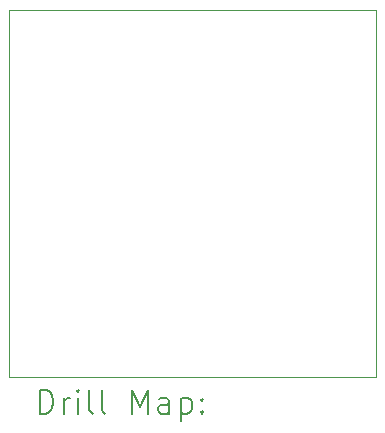
<source format=gbr>
%TF.GenerationSoftware,KiCad,Pcbnew,8.0.4*%
%TF.CreationDate,2024-09-08T15:37:25-07:00*%
%TF.ProjectId,8sept24 LED N RESISTOR SMD,38736570-7432-4342-904c-4544204e2052,rev?*%
%TF.SameCoordinates,Original*%
%TF.FileFunction,Drillmap*%
%TF.FilePolarity,Positive*%
%FSLAX45Y45*%
G04 Gerber Fmt 4.5, Leading zero omitted, Abs format (unit mm)*
G04 Created by KiCad (PCBNEW 8.0.4) date 2024-09-08 15:37:25*
%MOMM*%
%LPD*%
G01*
G04 APERTURE LIST*
%ADD10C,0.050000*%
%ADD11C,0.200000*%
G04 APERTURE END LIST*
D10*
X12650000Y-6900000D02*
X15750000Y-6900000D01*
X15750000Y-10000000D01*
X12650000Y-10000000D01*
X12650000Y-6900000D01*
D11*
X12908277Y-10313984D02*
X12908277Y-10113984D01*
X12908277Y-10113984D02*
X12955896Y-10113984D01*
X12955896Y-10113984D02*
X12984467Y-10123508D01*
X12984467Y-10123508D02*
X13003515Y-10142555D01*
X13003515Y-10142555D02*
X13013039Y-10161603D01*
X13013039Y-10161603D02*
X13022562Y-10199698D01*
X13022562Y-10199698D02*
X13022562Y-10228270D01*
X13022562Y-10228270D02*
X13013039Y-10266365D01*
X13013039Y-10266365D02*
X13003515Y-10285412D01*
X13003515Y-10285412D02*
X12984467Y-10304460D01*
X12984467Y-10304460D02*
X12955896Y-10313984D01*
X12955896Y-10313984D02*
X12908277Y-10313984D01*
X13108277Y-10313984D02*
X13108277Y-10180650D01*
X13108277Y-10218746D02*
X13117801Y-10199698D01*
X13117801Y-10199698D02*
X13127324Y-10190174D01*
X13127324Y-10190174D02*
X13146372Y-10180650D01*
X13146372Y-10180650D02*
X13165420Y-10180650D01*
X13232086Y-10313984D02*
X13232086Y-10180650D01*
X13232086Y-10113984D02*
X13222562Y-10123508D01*
X13222562Y-10123508D02*
X13232086Y-10133031D01*
X13232086Y-10133031D02*
X13241610Y-10123508D01*
X13241610Y-10123508D02*
X13232086Y-10113984D01*
X13232086Y-10113984D02*
X13232086Y-10133031D01*
X13355896Y-10313984D02*
X13336848Y-10304460D01*
X13336848Y-10304460D02*
X13327324Y-10285412D01*
X13327324Y-10285412D02*
X13327324Y-10113984D01*
X13460658Y-10313984D02*
X13441610Y-10304460D01*
X13441610Y-10304460D02*
X13432086Y-10285412D01*
X13432086Y-10285412D02*
X13432086Y-10113984D01*
X13689229Y-10313984D02*
X13689229Y-10113984D01*
X13689229Y-10113984D02*
X13755896Y-10256841D01*
X13755896Y-10256841D02*
X13822562Y-10113984D01*
X13822562Y-10113984D02*
X13822562Y-10313984D01*
X14003515Y-10313984D02*
X14003515Y-10209222D01*
X14003515Y-10209222D02*
X13993991Y-10190174D01*
X13993991Y-10190174D02*
X13974943Y-10180650D01*
X13974943Y-10180650D02*
X13936848Y-10180650D01*
X13936848Y-10180650D02*
X13917801Y-10190174D01*
X14003515Y-10304460D02*
X13984467Y-10313984D01*
X13984467Y-10313984D02*
X13936848Y-10313984D01*
X13936848Y-10313984D02*
X13917801Y-10304460D01*
X13917801Y-10304460D02*
X13908277Y-10285412D01*
X13908277Y-10285412D02*
X13908277Y-10266365D01*
X13908277Y-10266365D02*
X13917801Y-10247317D01*
X13917801Y-10247317D02*
X13936848Y-10237793D01*
X13936848Y-10237793D02*
X13984467Y-10237793D01*
X13984467Y-10237793D02*
X14003515Y-10228270D01*
X14098753Y-10180650D02*
X14098753Y-10380650D01*
X14098753Y-10190174D02*
X14117801Y-10180650D01*
X14117801Y-10180650D02*
X14155896Y-10180650D01*
X14155896Y-10180650D02*
X14174943Y-10190174D01*
X14174943Y-10190174D02*
X14184467Y-10199698D01*
X14184467Y-10199698D02*
X14193991Y-10218746D01*
X14193991Y-10218746D02*
X14193991Y-10275889D01*
X14193991Y-10275889D02*
X14184467Y-10294936D01*
X14184467Y-10294936D02*
X14174943Y-10304460D01*
X14174943Y-10304460D02*
X14155896Y-10313984D01*
X14155896Y-10313984D02*
X14117801Y-10313984D01*
X14117801Y-10313984D02*
X14098753Y-10304460D01*
X14279705Y-10294936D02*
X14289229Y-10304460D01*
X14289229Y-10304460D02*
X14279705Y-10313984D01*
X14279705Y-10313984D02*
X14270182Y-10304460D01*
X14270182Y-10304460D02*
X14279705Y-10294936D01*
X14279705Y-10294936D02*
X14279705Y-10313984D01*
X14279705Y-10190174D02*
X14289229Y-10199698D01*
X14289229Y-10199698D02*
X14279705Y-10209222D01*
X14279705Y-10209222D02*
X14270182Y-10199698D01*
X14270182Y-10199698D02*
X14279705Y-10190174D01*
X14279705Y-10190174D02*
X14279705Y-10209222D01*
M02*

</source>
